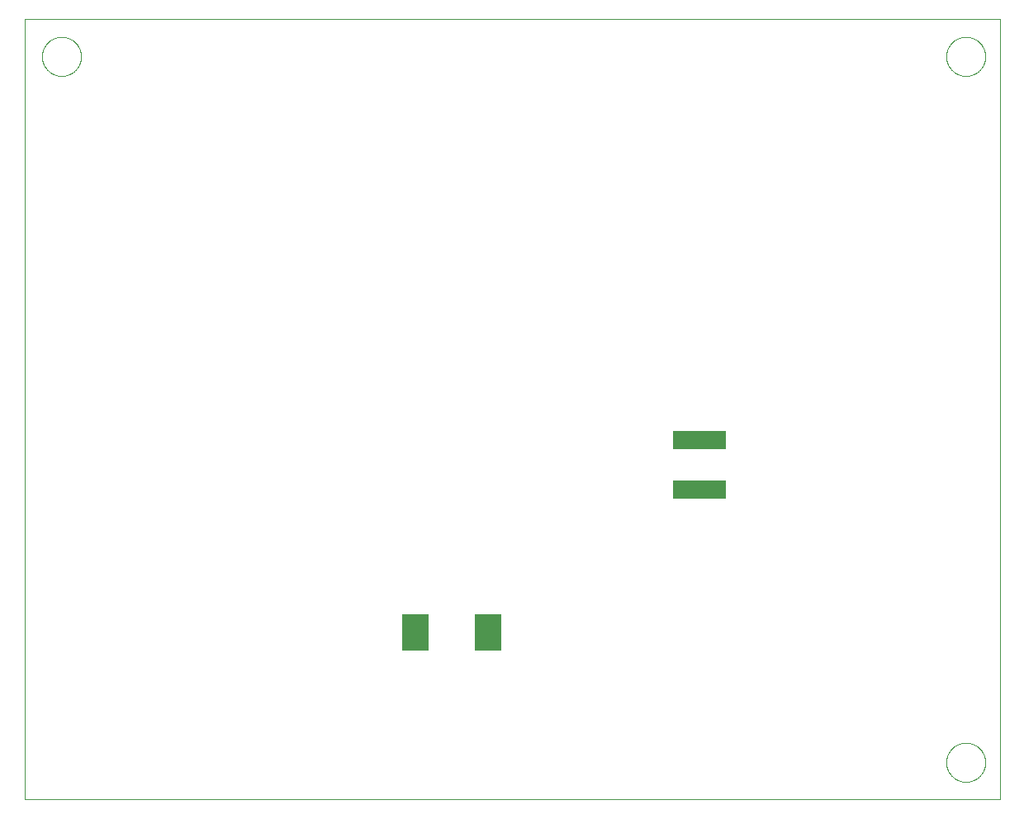
<source format=gbp>
G75*
%MOIN*%
%OFA0B0*%
%FSLAX25Y25*%
%IPPOS*%
%LPD*%
%AMOC8*
5,1,8,0,0,1.08239X$1,22.5*
%
%ADD10C,0.00000*%
%ADD11R,0.21654X0.07283*%
%ADD12R,0.11024X0.14961*%
D10*
X0028800Y1187300D02*
X0028800Y1502261D01*
X0422501Y1502261D01*
X0422501Y1187300D01*
X0028800Y1187300D01*
X0035926Y1487300D02*
X0035928Y1487493D01*
X0035935Y1487686D01*
X0035947Y1487879D01*
X0035964Y1488072D01*
X0035985Y1488264D01*
X0036011Y1488455D01*
X0036042Y1488646D01*
X0036077Y1488836D01*
X0036117Y1489025D01*
X0036162Y1489213D01*
X0036211Y1489400D01*
X0036265Y1489586D01*
X0036323Y1489770D01*
X0036386Y1489953D01*
X0036454Y1490134D01*
X0036525Y1490313D01*
X0036602Y1490491D01*
X0036682Y1490667D01*
X0036767Y1490840D01*
X0036856Y1491012D01*
X0036949Y1491181D01*
X0037046Y1491348D01*
X0037148Y1491513D01*
X0037253Y1491675D01*
X0037362Y1491834D01*
X0037476Y1491991D01*
X0037593Y1492144D01*
X0037713Y1492295D01*
X0037838Y1492443D01*
X0037966Y1492588D01*
X0038097Y1492729D01*
X0038232Y1492868D01*
X0038371Y1493003D01*
X0038512Y1493134D01*
X0038657Y1493262D01*
X0038805Y1493387D01*
X0038956Y1493507D01*
X0039109Y1493624D01*
X0039266Y1493738D01*
X0039425Y1493847D01*
X0039587Y1493952D01*
X0039752Y1494054D01*
X0039919Y1494151D01*
X0040088Y1494244D01*
X0040260Y1494333D01*
X0040433Y1494418D01*
X0040609Y1494498D01*
X0040787Y1494575D01*
X0040966Y1494646D01*
X0041147Y1494714D01*
X0041330Y1494777D01*
X0041514Y1494835D01*
X0041700Y1494889D01*
X0041887Y1494938D01*
X0042075Y1494983D01*
X0042264Y1495023D01*
X0042454Y1495058D01*
X0042645Y1495089D01*
X0042836Y1495115D01*
X0043028Y1495136D01*
X0043221Y1495153D01*
X0043414Y1495165D01*
X0043607Y1495172D01*
X0043800Y1495174D01*
X0043993Y1495172D01*
X0044186Y1495165D01*
X0044379Y1495153D01*
X0044572Y1495136D01*
X0044764Y1495115D01*
X0044955Y1495089D01*
X0045146Y1495058D01*
X0045336Y1495023D01*
X0045525Y1494983D01*
X0045713Y1494938D01*
X0045900Y1494889D01*
X0046086Y1494835D01*
X0046270Y1494777D01*
X0046453Y1494714D01*
X0046634Y1494646D01*
X0046813Y1494575D01*
X0046991Y1494498D01*
X0047167Y1494418D01*
X0047340Y1494333D01*
X0047512Y1494244D01*
X0047681Y1494151D01*
X0047848Y1494054D01*
X0048013Y1493952D01*
X0048175Y1493847D01*
X0048334Y1493738D01*
X0048491Y1493624D01*
X0048644Y1493507D01*
X0048795Y1493387D01*
X0048943Y1493262D01*
X0049088Y1493134D01*
X0049229Y1493003D01*
X0049368Y1492868D01*
X0049503Y1492729D01*
X0049634Y1492588D01*
X0049762Y1492443D01*
X0049887Y1492295D01*
X0050007Y1492144D01*
X0050124Y1491991D01*
X0050238Y1491834D01*
X0050347Y1491675D01*
X0050452Y1491513D01*
X0050554Y1491348D01*
X0050651Y1491181D01*
X0050744Y1491012D01*
X0050833Y1490840D01*
X0050918Y1490667D01*
X0050998Y1490491D01*
X0051075Y1490313D01*
X0051146Y1490134D01*
X0051214Y1489953D01*
X0051277Y1489770D01*
X0051335Y1489586D01*
X0051389Y1489400D01*
X0051438Y1489213D01*
X0051483Y1489025D01*
X0051523Y1488836D01*
X0051558Y1488646D01*
X0051589Y1488455D01*
X0051615Y1488264D01*
X0051636Y1488072D01*
X0051653Y1487879D01*
X0051665Y1487686D01*
X0051672Y1487493D01*
X0051674Y1487300D01*
X0051672Y1487107D01*
X0051665Y1486914D01*
X0051653Y1486721D01*
X0051636Y1486528D01*
X0051615Y1486336D01*
X0051589Y1486145D01*
X0051558Y1485954D01*
X0051523Y1485764D01*
X0051483Y1485575D01*
X0051438Y1485387D01*
X0051389Y1485200D01*
X0051335Y1485014D01*
X0051277Y1484830D01*
X0051214Y1484647D01*
X0051146Y1484466D01*
X0051075Y1484287D01*
X0050998Y1484109D01*
X0050918Y1483933D01*
X0050833Y1483760D01*
X0050744Y1483588D01*
X0050651Y1483419D01*
X0050554Y1483252D01*
X0050452Y1483087D01*
X0050347Y1482925D01*
X0050238Y1482766D01*
X0050124Y1482609D01*
X0050007Y1482456D01*
X0049887Y1482305D01*
X0049762Y1482157D01*
X0049634Y1482012D01*
X0049503Y1481871D01*
X0049368Y1481732D01*
X0049229Y1481597D01*
X0049088Y1481466D01*
X0048943Y1481338D01*
X0048795Y1481213D01*
X0048644Y1481093D01*
X0048491Y1480976D01*
X0048334Y1480862D01*
X0048175Y1480753D01*
X0048013Y1480648D01*
X0047848Y1480546D01*
X0047681Y1480449D01*
X0047512Y1480356D01*
X0047340Y1480267D01*
X0047167Y1480182D01*
X0046991Y1480102D01*
X0046813Y1480025D01*
X0046634Y1479954D01*
X0046453Y1479886D01*
X0046270Y1479823D01*
X0046086Y1479765D01*
X0045900Y1479711D01*
X0045713Y1479662D01*
X0045525Y1479617D01*
X0045336Y1479577D01*
X0045146Y1479542D01*
X0044955Y1479511D01*
X0044764Y1479485D01*
X0044572Y1479464D01*
X0044379Y1479447D01*
X0044186Y1479435D01*
X0043993Y1479428D01*
X0043800Y1479426D01*
X0043607Y1479428D01*
X0043414Y1479435D01*
X0043221Y1479447D01*
X0043028Y1479464D01*
X0042836Y1479485D01*
X0042645Y1479511D01*
X0042454Y1479542D01*
X0042264Y1479577D01*
X0042075Y1479617D01*
X0041887Y1479662D01*
X0041700Y1479711D01*
X0041514Y1479765D01*
X0041330Y1479823D01*
X0041147Y1479886D01*
X0040966Y1479954D01*
X0040787Y1480025D01*
X0040609Y1480102D01*
X0040433Y1480182D01*
X0040260Y1480267D01*
X0040088Y1480356D01*
X0039919Y1480449D01*
X0039752Y1480546D01*
X0039587Y1480648D01*
X0039425Y1480753D01*
X0039266Y1480862D01*
X0039109Y1480976D01*
X0038956Y1481093D01*
X0038805Y1481213D01*
X0038657Y1481338D01*
X0038512Y1481466D01*
X0038371Y1481597D01*
X0038232Y1481732D01*
X0038097Y1481871D01*
X0037966Y1482012D01*
X0037838Y1482157D01*
X0037713Y1482305D01*
X0037593Y1482456D01*
X0037476Y1482609D01*
X0037362Y1482766D01*
X0037253Y1482925D01*
X0037148Y1483087D01*
X0037046Y1483252D01*
X0036949Y1483419D01*
X0036856Y1483588D01*
X0036767Y1483760D01*
X0036682Y1483933D01*
X0036602Y1484109D01*
X0036525Y1484287D01*
X0036454Y1484466D01*
X0036386Y1484647D01*
X0036323Y1484830D01*
X0036265Y1485014D01*
X0036211Y1485200D01*
X0036162Y1485387D01*
X0036117Y1485575D01*
X0036077Y1485764D01*
X0036042Y1485954D01*
X0036011Y1486145D01*
X0035985Y1486336D01*
X0035964Y1486528D01*
X0035947Y1486721D01*
X0035935Y1486914D01*
X0035928Y1487107D01*
X0035926Y1487300D01*
X0400926Y1487300D02*
X0400928Y1487493D01*
X0400935Y1487686D01*
X0400947Y1487879D01*
X0400964Y1488072D01*
X0400985Y1488264D01*
X0401011Y1488455D01*
X0401042Y1488646D01*
X0401077Y1488836D01*
X0401117Y1489025D01*
X0401162Y1489213D01*
X0401211Y1489400D01*
X0401265Y1489586D01*
X0401323Y1489770D01*
X0401386Y1489953D01*
X0401454Y1490134D01*
X0401525Y1490313D01*
X0401602Y1490491D01*
X0401682Y1490667D01*
X0401767Y1490840D01*
X0401856Y1491012D01*
X0401949Y1491181D01*
X0402046Y1491348D01*
X0402148Y1491513D01*
X0402253Y1491675D01*
X0402362Y1491834D01*
X0402476Y1491991D01*
X0402593Y1492144D01*
X0402713Y1492295D01*
X0402838Y1492443D01*
X0402966Y1492588D01*
X0403097Y1492729D01*
X0403232Y1492868D01*
X0403371Y1493003D01*
X0403512Y1493134D01*
X0403657Y1493262D01*
X0403805Y1493387D01*
X0403956Y1493507D01*
X0404109Y1493624D01*
X0404266Y1493738D01*
X0404425Y1493847D01*
X0404587Y1493952D01*
X0404752Y1494054D01*
X0404919Y1494151D01*
X0405088Y1494244D01*
X0405260Y1494333D01*
X0405433Y1494418D01*
X0405609Y1494498D01*
X0405787Y1494575D01*
X0405966Y1494646D01*
X0406147Y1494714D01*
X0406330Y1494777D01*
X0406514Y1494835D01*
X0406700Y1494889D01*
X0406887Y1494938D01*
X0407075Y1494983D01*
X0407264Y1495023D01*
X0407454Y1495058D01*
X0407645Y1495089D01*
X0407836Y1495115D01*
X0408028Y1495136D01*
X0408221Y1495153D01*
X0408414Y1495165D01*
X0408607Y1495172D01*
X0408800Y1495174D01*
X0408993Y1495172D01*
X0409186Y1495165D01*
X0409379Y1495153D01*
X0409572Y1495136D01*
X0409764Y1495115D01*
X0409955Y1495089D01*
X0410146Y1495058D01*
X0410336Y1495023D01*
X0410525Y1494983D01*
X0410713Y1494938D01*
X0410900Y1494889D01*
X0411086Y1494835D01*
X0411270Y1494777D01*
X0411453Y1494714D01*
X0411634Y1494646D01*
X0411813Y1494575D01*
X0411991Y1494498D01*
X0412167Y1494418D01*
X0412340Y1494333D01*
X0412512Y1494244D01*
X0412681Y1494151D01*
X0412848Y1494054D01*
X0413013Y1493952D01*
X0413175Y1493847D01*
X0413334Y1493738D01*
X0413491Y1493624D01*
X0413644Y1493507D01*
X0413795Y1493387D01*
X0413943Y1493262D01*
X0414088Y1493134D01*
X0414229Y1493003D01*
X0414368Y1492868D01*
X0414503Y1492729D01*
X0414634Y1492588D01*
X0414762Y1492443D01*
X0414887Y1492295D01*
X0415007Y1492144D01*
X0415124Y1491991D01*
X0415238Y1491834D01*
X0415347Y1491675D01*
X0415452Y1491513D01*
X0415554Y1491348D01*
X0415651Y1491181D01*
X0415744Y1491012D01*
X0415833Y1490840D01*
X0415918Y1490667D01*
X0415998Y1490491D01*
X0416075Y1490313D01*
X0416146Y1490134D01*
X0416214Y1489953D01*
X0416277Y1489770D01*
X0416335Y1489586D01*
X0416389Y1489400D01*
X0416438Y1489213D01*
X0416483Y1489025D01*
X0416523Y1488836D01*
X0416558Y1488646D01*
X0416589Y1488455D01*
X0416615Y1488264D01*
X0416636Y1488072D01*
X0416653Y1487879D01*
X0416665Y1487686D01*
X0416672Y1487493D01*
X0416674Y1487300D01*
X0416672Y1487107D01*
X0416665Y1486914D01*
X0416653Y1486721D01*
X0416636Y1486528D01*
X0416615Y1486336D01*
X0416589Y1486145D01*
X0416558Y1485954D01*
X0416523Y1485764D01*
X0416483Y1485575D01*
X0416438Y1485387D01*
X0416389Y1485200D01*
X0416335Y1485014D01*
X0416277Y1484830D01*
X0416214Y1484647D01*
X0416146Y1484466D01*
X0416075Y1484287D01*
X0415998Y1484109D01*
X0415918Y1483933D01*
X0415833Y1483760D01*
X0415744Y1483588D01*
X0415651Y1483419D01*
X0415554Y1483252D01*
X0415452Y1483087D01*
X0415347Y1482925D01*
X0415238Y1482766D01*
X0415124Y1482609D01*
X0415007Y1482456D01*
X0414887Y1482305D01*
X0414762Y1482157D01*
X0414634Y1482012D01*
X0414503Y1481871D01*
X0414368Y1481732D01*
X0414229Y1481597D01*
X0414088Y1481466D01*
X0413943Y1481338D01*
X0413795Y1481213D01*
X0413644Y1481093D01*
X0413491Y1480976D01*
X0413334Y1480862D01*
X0413175Y1480753D01*
X0413013Y1480648D01*
X0412848Y1480546D01*
X0412681Y1480449D01*
X0412512Y1480356D01*
X0412340Y1480267D01*
X0412167Y1480182D01*
X0411991Y1480102D01*
X0411813Y1480025D01*
X0411634Y1479954D01*
X0411453Y1479886D01*
X0411270Y1479823D01*
X0411086Y1479765D01*
X0410900Y1479711D01*
X0410713Y1479662D01*
X0410525Y1479617D01*
X0410336Y1479577D01*
X0410146Y1479542D01*
X0409955Y1479511D01*
X0409764Y1479485D01*
X0409572Y1479464D01*
X0409379Y1479447D01*
X0409186Y1479435D01*
X0408993Y1479428D01*
X0408800Y1479426D01*
X0408607Y1479428D01*
X0408414Y1479435D01*
X0408221Y1479447D01*
X0408028Y1479464D01*
X0407836Y1479485D01*
X0407645Y1479511D01*
X0407454Y1479542D01*
X0407264Y1479577D01*
X0407075Y1479617D01*
X0406887Y1479662D01*
X0406700Y1479711D01*
X0406514Y1479765D01*
X0406330Y1479823D01*
X0406147Y1479886D01*
X0405966Y1479954D01*
X0405787Y1480025D01*
X0405609Y1480102D01*
X0405433Y1480182D01*
X0405260Y1480267D01*
X0405088Y1480356D01*
X0404919Y1480449D01*
X0404752Y1480546D01*
X0404587Y1480648D01*
X0404425Y1480753D01*
X0404266Y1480862D01*
X0404109Y1480976D01*
X0403956Y1481093D01*
X0403805Y1481213D01*
X0403657Y1481338D01*
X0403512Y1481466D01*
X0403371Y1481597D01*
X0403232Y1481732D01*
X0403097Y1481871D01*
X0402966Y1482012D01*
X0402838Y1482157D01*
X0402713Y1482305D01*
X0402593Y1482456D01*
X0402476Y1482609D01*
X0402362Y1482766D01*
X0402253Y1482925D01*
X0402148Y1483087D01*
X0402046Y1483252D01*
X0401949Y1483419D01*
X0401856Y1483588D01*
X0401767Y1483760D01*
X0401682Y1483933D01*
X0401602Y1484109D01*
X0401525Y1484287D01*
X0401454Y1484466D01*
X0401386Y1484647D01*
X0401323Y1484830D01*
X0401265Y1485014D01*
X0401211Y1485200D01*
X0401162Y1485387D01*
X0401117Y1485575D01*
X0401077Y1485764D01*
X0401042Y1485954D01*
X0401011Y1486145D01*
X0400985Y1486336D01*
X0400964Y1486528D01*
X0400947Y1486721D01*
X0400935Y1486914D01*
X0400928Y1487107D01*
X0400926Y1487300D01*
X0400926Y1202300D02*
X0400928Y1202493D01*
X0400935Y1202686D01*
X0400947Y1202879D01*
X0400964Y1203072D01*
X0400985Y1203264D01*
X0401011Y1203455D01*
X0401042Y1203646D01*
X0401077Y1203836D01*
X0401117Y1204025D01*
X0401162Y1204213D01*
X0401211Y1204400D01*
X0401265Y1204586D01*
X0401323Y1204770D01*
X0401386Y1204953D01*
X0401454Y1205134D01*
X0401525Y1205313D01*
X0401602Y1205491D01*
X0401682Y1205667D01*
X0401767Y1205840D01*
X0401856Y1206012D01*
X0401949Y1206181D01*
X0402046Y1206348D01*
X0402148Y1206513D01*
X0402253Y1206675D01*
X0402362Y1206834D01*
X0402476Y1206991D01*
X0402593Y1207144D01*
X0402713Y1207295D01*
X0402838Y1207443D01*
X0402966Y1207588D01*
X0403097Y1207729D01*
X0403232Y1207868D01*
X0403371Y1208003D01*
X0403512Y1208134D01*
X0403657Y1208262D01*
X0403805Y1208387D01*
X0403956Y1208507D01*
X0404109Y1208624D01*
X0404266Y1208738D01*
X0404425Y1208847D01*
X0404587Y1208952D01*
X0404752Y1209054D01*
X0404919Y1209151D01*
X0405088Y1209244D01*
X0405260Y1209333D01*
X0405433Y1209418D01*
X0405609Y1209498D01*
X0405787Y1209575D01*
X0405966Y1209646D01*
X0406147Y1209714D01*
X0406330Y1209777D01*
X0406514Y1209835D01*
X0406700Y1209889D01*
X0406887Y1209938D01*
X0407075Y1209983D01*
X0407264Y1210023D01*
X0407454Y1210058D01*
X0407645Y1210089D01*
X0407836Y1210115D01*
X0408028Y1210136D01*
X0408221Y1210153D01*
X0408414Y1210165D01*
X0408607Y1210172D01*
X0408800Y1210174D01*
X0408993Y1210172D01*
X0409186Y1210165D01*
X0409379Y1210153D01*
X0409572Y1210136D01*
X0409764Y1210115D01*
X0409955Y1210089D01*
X0410146Y1210058D01*
X0410336Y1210023D01*
X0410525Y1209983D01*
X0410713Y1209938D01*
X0410900Y1209889D01*
X0411086Y1209835D01*
X0411270Y1209777D01*
X0411453Y1209714D01*
X0411634Y1209646D01*
X0411813Y1209575D01*
X0411991Y1209498D01*
X0412167Y1209418D01*
X0412340Y1209333D01*
X0412512Y1209244D01*
X0412681Y1209151D01*
X0412848Y1209054D01*
X0413013Y1208952D01*
X0413175Y1208847D01*
X0413334Y1208738D01*
X0413491Y1208624D01*
X0413644Y1208507D01*
X0413795Y1208387D01*
X0413943Y1208262D01*
X0414088Y1208134D01*
X0414229Y1208003D01*
X0414368Y1207868D01*
X0414503Y1207729D01*
X0414634Y1207588D01*
X0414762Y1207443D01*
X0414887Y1207295D01*
X0415007Y1207144D01*
X0415124Y1206991D01*
X0415238Y1206834D01*
X0415347Y1206675D01*
X0415452Y1206513D01*
X0415554Y1206348D01*
X0415651Y1206181D01*
X0415744Y1206012D01*
X0415833Y1205840D01*
X0415918Y1205667D01*
X0415998Y1205491D01*
X0416075Y1205313D01*
X0416146Y1205134D01*
X0416214Y1204953D01*
X0416277Y1204770D01*
X0416335Y1204586D01*
X0416389Y1204400D01*
X0416438Y1204213D01*
X0416483Y1204025D01*
X0416523Y1203836D01*
X0416558Y1203646D01*
X0416589Y1203455D01*
X0416615Y1203264D01*
X0416636Y1203072D01*
X0416653Y1202879D01*
X0416665Y1202686D01*
X0416672Y1202493D01*
X0416674Y1202300D01*
X0416672Y1202107D01*
X0416665Y1201914D01*
X0416653Y1201721D01*
X0416636Y1201528D01*
X0416615Y1201336D01*
X0416589Y1201145D01*
X0416558Y1200954D01*
X0416523Y1200764D01*
X0416483Y1200575D01*
X0416438Y1200387D01*
X0416389Y1200200D01*
X0416335Y1200014D01*
X0416277Y1199830D01*
X0416214Y1199647D01*
X0416146Y1199466D01*
X0416075Y1199287D01*
X0415998Y1199109D01*
X0415918Y1198933D01*
X0415833Y1198760D01*
X0415744Y1198588D01*
X0415651Y1198419D01*
X0415554Y1198252D01*
X0415452Y1198087D01*
X0415347Y1197925D01*
X0415238Y1197766D01*
X0415124Y1197609D01*
X0415007Y1197456D01*
X0414887Y1197305D01*
X0414762Y1197157D01*
X0414634Y1197012D01*
X0414503Y1196871D01*
X0414368Y1196732D01*
X0414229Y1196597D01*
X0414088Y1196466D01*
X0413943Y1196338D01*
X0413795Y1196213D01*
X0413644Y1196093D01*
X0413491Y1195976D01*
X0413334Y1195862D01*
X0413175Y1195753D01*
X0413013Y1195648D01*
X0412848Y1195546D01*
X0412681Y1195449D01*
X0412512Y1195356D01*
X0412340Y1195267D01*
X0412167Y1195182D01*
X0411991Y1195102D01*
X0411813Y1195025D01*
X0411634Y1194954D01*
X0411453Y1194886D01*
X0411270Y1194823D01*
X0411086Y1194765D01*
X0410900Y1194711D01*
X0410713Y1194662D01*
X0410525Y1194617D01*
X0410336Y1194577D01*
X0410146Y1194542D01*
X0409955Y1194511D01*
X0409764Y1194485D01*
X0409572Y1194464D01*
X0409379Y1194447D01*
X0409186Y1194435D01*
X0408993Y1194428D01*
X0408800Y1194426D01*
X0408607Y1194428D01*
X0408414Y1194435D01*
X0408221Y1194447D01*
X0408028Y1194464D01*
X0407836Y1194485D01*
X0407645Y1194511D01*
X0407454Y1194542D01*
X0407264Y1194577D01*
X0407075Y1194617D01*
X0406887Y1194662D01*
X0406700Y1194711D01*
X0406514Y1194765D01*
X0406330Y1194823D01*
X0406147Y1194886D01*
X0405966Y1194954D01*
X0405787Y1195025D01*
X0405609Y1195102D01*
X0405433Y1195182D01*
X0405260Y1195267D01*
X0405088Y1195356D01*
X0404919Y1195449D01*
X0404752Y1195546D01*
X0404587Y1195648D01*
X0404425Y1195753D01*
X0404266Y1195862D01*
X0404109Y1195976D01*
X0403956Y1196093D01*
X0403805Y1196213D01*
X0403657Y1196338D01*
X0403512Y1196466D01*
X0403371Y1196597D01*
X0403232Y1196732D01*
X0403097Y1196871D01*
X0402966Y1197012D01*
X0402838Y1197157D01*
X0402713Y1197305D01*
X0402593Y1197456D01*
X0402476Y1197609D01*
X0402362Y1197766D01*
X0402253Y1197925D01*
X0402148Y1198087D01*
X0402046Y1198252D01*
X0401949Y1198419D01*
X0401856Y1198588D01*
X0401767Y1198760D01*
X0401682Y1198933D01*
X0401602Y1199109D01*
X0401525Y1199287D01*
X0401454Y1199466D01*
X0401386Y1199647D01*
X0401323Y1199830D01*
X0401265Y1200014D01*
X0401211Y1200200D01*
X0401162Y1200387D01*
X0401117Y1200575D01*
X0401077Y1200764D01*
X0401042Y1200954D01*
X0401011Y1201145D01*
X0400985Y1201336D01*
X0400964Y1201528D01*
X0400947Y1201721D01*
X0400935Y1201914D01*
X0400928Y1202107D01*
X0400926Y1202300D01*
D11*
X0301300Y1312261D03*
X0301300Y1332339D03*
D12*
X0215867Y1254800D03*
X0186733Y1254800D03*
M02*

</source>
